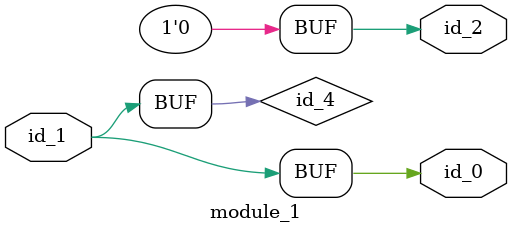
<source format=v>
module module_0 (
    id_1,
    id_2,
    id_3,
    id_4
);
  inout id_4;
  inout id_3;
  inout id_2;
  output id_1;
  always id_2 <= id_2;
endmodule
`define pp_5 0
`timescale 1ps / 1ps
module module_1 (
    output id_0,
    inout  id_1,
    output id_2
);
  assign id_2 = (1'b0);
  assign id_4 = id_1;
  assign id_0 = id_4;
endmodule

</source>
